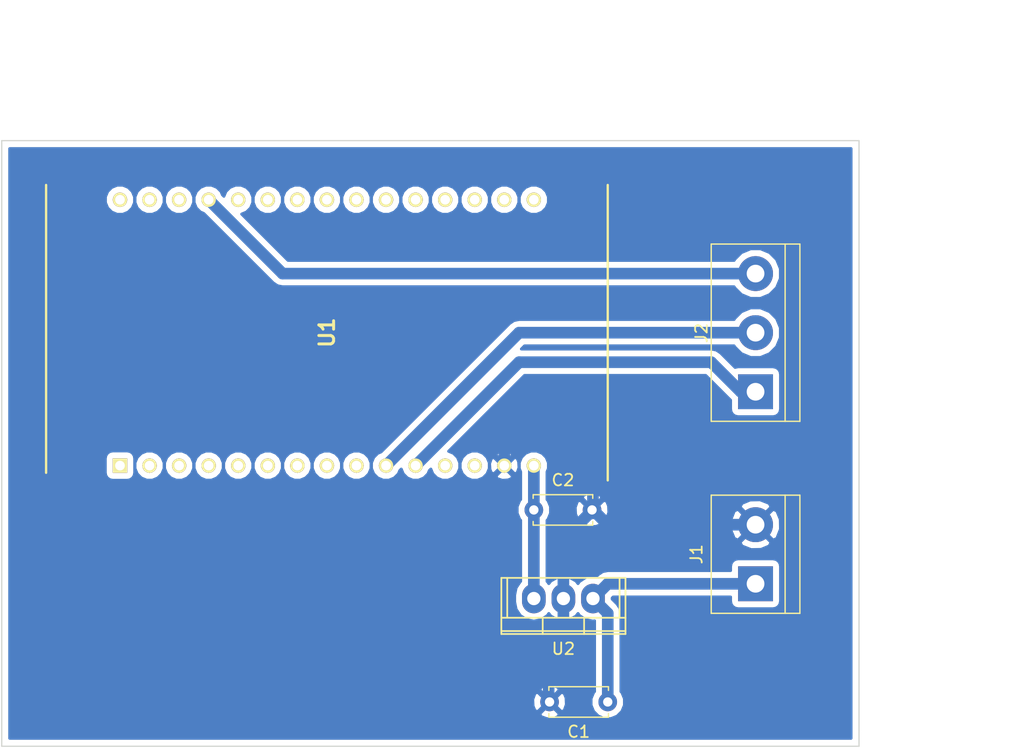
<source format=kicad_pcb>
(kicad_pcb (version 4) (host pcbnew 4.0.7)

  (general
    (links 11)
    (no_connects 0)
    (area 159.969999 50.749999 233.730001 102.920001)
    (thickness 1.6)
    (drawings 8)
    (tracks 30)
    (zones 0)
    (modules 6)
    (nets 32)
  )

  (page A4)
  (layers
    (0 F.Cu signal)
    (31 B.Cu signal)
    (32 B.Adhes user)
    (33 F.Adhes user)
    (34 B.Paste user)
    (35 F.Paste user)
    (36 B.SilkS user)
    (37 F.SilkS user)
    (38 B.Mask user)
    (39 F.Mask user)
    (40 Dwgs.User user)
    (41 Cmts.User user)
    (42 Eco1.User user)
    (43 Eco2.User user)
    (44 Edge.Cuts user)
    (45 Margin user)
    (46 B.CrtYd user)
    (47 F.CrtYd user)
    (48 B.Fab user)
    (49 F.Fab user)
  )

  (setup
    (last_trace_width 1)
    (trace_clearance 0.2)
    (zone_clearance 0.508)
    (zone_45_only no)
    (trace_min 0.2)
    (segment_width 0.2)
    (edge_width 0.1)
    (via_size 0.6)
    (via_drill 0.4)
    (via_min_size 0.4)
    (via_min_drill 0.3)
    (uvia_size 0.3)
    (uvia_drill 0.1)
    (uvias_allowed no)
    (uvia_min_size 0.2)
    (uvia_min_drill 0.1)
    (pcb_text_width 0.3)
    (pcb_text_size 1.5 1.5)
    (mod_edge_width 0.15)
    (mod_text_size 1 1)
    (mod_text_width 0.15)
    (pad_size 1.5 1.5)
    (pad_drill 0.6)
    (pad_to_mask_clearance 0)
    (aux_axis_origin 0 0)
    (visible_elements FFFFFF7F)
    (pcbplotparams
      (layerselection 0x00030_80000001)
      (usegerberextensions false)
      (excludeedgelayer true)
      (linewidth 0.100000)
      (plotframeref false)
      (viasonmask false)
      (mode 1)
      (useauxorigin false)
      (hpglpennumber 1)
      (hpglpenspeed 20)
      (hpglpendiameter 15)
      (hpglpenoverlay 2)
      (psnegative false)
      (psa4output false)
      (plotreference true)
      (plotvalue true)
      (plotinvisibletext false)
      (padsonsilk false)
      (subtractmaskfromsilk false)
      (outputformat 1)
      (mirror false)
      (drillshape 1)
      (scaleselection 1)
      (outputdirectory ""))
  )

  (net 0 "")
  (net 1 "Net-(C1-Pad1)")
  (net 2 "Net-(C1-Pad2)")
  (net 3 "Net-(C2-Pad1)")
  (net 4 "Net-(J2-Pad1)")
  (net 5 "Net-(J2-Pad2)")
  (net 6 "Net-(J2-Pad3)")
  (net 7 "Net-(U1-Pad1)")
  (net 8 "Net-(U1-Pad2)")
  (net 9 "Net-(U1-Pad3)")
  (net 10 "Net-(U1-Pad4)")
  (net 11 "Net-(U1-Pad5)")
  (net 12 "Net-(U1-Pad6)")
  (net 13 "Net-(U1-Pad7)")
  (net 14 "Net-(U1-Pad8)")
  (net 15 "Net-(U1-Pad9)")
  (net 16 "Net-(U1-Pad12)")
  (net 17 "Net-(U1-Pad13)")
  (net 18 "Net-(U1-Pad16)")
  (net 19 "Net-(U1-Pad17)")
  (net 20 "Net-(U1-Pad18)")
  (net 21 "Net-(U1-Pad19)")
  (net 22 "Net-(U1-Pad20)")
  (net 23 "Net-(U1-Pad21)")
  (net 24 "Net-(U1-Pad22)")
  (net 25 "Net-(U1-Pad23)")
  (net 26 "Net-(U1-Pad24)")
  (net 27 "Net-(U1-Pad25)")
  (net 28 "Net-(U1-Pad26)")
  (net 29 "Net-(U1-Pad28)")
  (net 30 "Net-(U1-Pad29)")
  (net 31 "Net-(U1-Pad30)")

  (net_class Default "This is the default net class."
    (clearance 0.2)
    (trace_width 1)
    (via_dia 0.6)
    (via_drill 0.4)
    (uvia_dia 0.3)
    (uvia_drill 0.1)
    (add_net "Net-(C1-Pad1)")
    (add_net "Net-(C1-Pad2)")
    (add_net "Net-(C2-Pad1)")
    (add_net "Net-(J2-Pad1)")
    (add_net "Net-(J2-Pad2)")
    (add_net "Net-(J2-Pad3)")
    (add_net "Net-(U1-Pad1)")
    (add_net "Net-(U1-Pad12)")
    (add_net "Net-(U1-Pad13)")
    (add_net "Net-(U1-Pad16)")
    (add_net "Net-(U1-Pad17)")
    (add_net "Net-(U1-Pad18)")
    (add_net "Net-(U1-Pad19)")
    (add_net "Net-(U1-Pad2)")
    (add_net "Net-(U1-Pad20)")
    (add_net "Net-(U1-Pad21)")
    (add_net "Net-(U1-Pad22)")
    (add_net "Net-(U1-Pad23)")
    (add_net "Net-(U1-Pad24)")
    (add_net "Net-(U1-Pad25)")
    (add_net "Net-(U1-Pad26)")
    (add_net "Net-(U1-Pad28)")
    (add_net "Net-(U1-Pad29)")
    (add_net "Net-(U1-Pad3)")
    (add_net "Net-(U1-Pad30)")
    (add_net "Net-(U1-Pad4)")
    (add_net "Net-(U1-Pad5)")
    (add_net "Net-(U1-Pad6)")
    (add_net "Net-(U1-Pad7)")
    (add_net "Net-(U1-Pad8)")
    (add_net "Net-(U1-Pad9)")
  )

  (module Capacitors_THT:C_Disc_D5.0mm_W2.5mm_P5.00mm (layer F.Cu) (tedit 597BC7C2) (tstamp 5BA39406)
    (at 212.09 99.06 180)
    (descr "C, Disc series, Radial, pin pitch=5.00mm, , diameter*width=5*2.5mm^2, Capacitor, http://cdn-reichelt.de/documents/datenblatt/B300/DS_KERKO_TC.pdf")
    (tags "C Disc series Radial pin pitch 5.00mm  diameter 5mm width 2.5mm Capacitor")
    (path /5BA103B7)
    (fp_text reference C1 (at 2.5 -2.56 180) (layer F.SilkS)
      (effects (font (size 1 1) (thickness 0.15)))
    )
    (fp_text value C (at 2.5 2.56 180) (layer F.Fab)
      (effects (font (size 1 1) (thickness 0.15)))
    )
    (fp_line (start 0 -1.25) (end 0 1.25) (layer F.Fab) (width 0.1))
    (fp_line (start 0 1.25) (end 5 1.25) (layer F.Fab) (width 0.1))
    (fp_line (start 5 1.25) (end 5 -1.25) (layer F.Fab) (width 0.1))
    (fp_line (start 5 -1.25) (end 0 -1.25) (layer F.Fab) (width 0.1))
    (fp_line (start -0.06 -1.31) (end 5.06 -1.31) (layer F.SilkS) (width 0.12))
    (fp_line (start -0.06 1.31) (end 5.06 1.31) (layer F.SilkS) (width 0.12))
    (fp_line (start -0.06 -1.31) (end -0.06 -0.996) (layer F.SilkS) (width 0.12))
    (fp_line (start -0.06 0.996) (end -0.06 1.31) (layer F.SilkS) (width 0.12))
    (fp_line (start 5.06 -1.31) (end 5.06 -0.996) (layer F.SilkS) (width 0.12))
    (fp_line (start 5.06 0.996) (end 5.06 1.31) (layer F.SilkS) (width 0.12))
    (fp_line (start -1.05 -1.6) (end -1.05 1.6) (layer F.CrtYd) (width 0.05))
    (fp_line (start -1.05 1.6) (end 6.05 1.6) (layer F.CrtYd) (width 0.05))
    (fp_line (start 6.05 1.6) (end 6.05 -1.6) (layer F.CrtYd) (width 0.05))
    (fp_line (start 6.05 -1.6) (end -1.05 -1.6) (layer F.CrtYd) (width 0.05))
    (fp_text user %R (at 2.5 0 180) (layer F.Fab)
      (effects (font (size 1 1) (thickness 0.15)))
    )
    (pad 1 thru_hole circle (at 0 0 180) (size 1.6 1.6) (drill 0.8) (layers *.Cu *.Mask)
      (net 1 "Net-(C1-Pad1)"))
    (pad 2 thru_hole circle (at 5 0 180) (size 1.6 1.6) (drill 0.8) (layers *.Cu *.Mask)
      (net 2 "Net-(C1-Pad2)"))
    (model ${KISYS3DMOD}/Capacitors_THT.3dshapes/C_Disc_D5.0mm_W2.5mm_P5.00mm.wrl
      (at (xyz 0 0 0))
      (scale (xyz 1 1 1))
      (rotate (xyz 0 0 0))
    )
  )

  (module Capacitors_THT:C_Disc_D5.0mm_W2.5mm_P5.00mm (layer F.Cu) (tedit 5BA397F5) (tstamp 5BA3941B)
    (at 205.74 82.55)
    (descr "C, Disc series, Radial, pin pitch=5.00mm, , diameter*width=5*2.5mm^2, Capacitor, http://cdn-reichelt.de/documents/datenblatt/B300/DS_KERKO_TC.pdf")
    (tags "C Disc series Radial pin pitch 5.00mm  diameter 5mm width 2.5mm Capacitor")
    (path /5BA10419)
    (fp_text reference C2 (at 2.5 -2.56) (layer F.SilkS)
      (effects (font (size 1 1) (thickness 0.15)))
    )
    (fp_text value C (at 2.5 2.56) (layer F.Fab)
      (effects (font (size 1 1) (thickness 0.15)))
    )
    (fp_line (start 0 -1.25) (end 0 1.25) (layer F.Fab) (width 0.1))
    (fp_line (start 0 1.25) (end 5 1.25) (layer F.Fab) (width 0.1))
    (fp_line (start 5 1.25) (end 5 -1.25) (layer F.Fab) (width 0.1))
    (fp_line (start 5 -1.25) (end 0 -1.25) (layer F.Fab) (width 0.1))
    (fp_line (start -0.06 -1.31) (end 5.06 -1.31) (layer F.SilkS) (width 0.12))
    (fp_line (start -0.06 1.31) (end 5.06 1.31) (layer F.SilkS) (width 0.12))
    (fp_line (start -0.06 -1.31) (end -0.06 -0.996) (layer F.SilkS) (width 0.12))
    (fp_line (start -0.06 0.996) (end -0.06 1.31) (layer F.SilkS) (width 0.12))
    (fp_line (start 5.06 -1.31) (end 5.06 -0.996) (layer F.SilkS) (width 0.12))
    (fp_line (start 5.06 0.996) (end 5.06 1.31) (layer F.SilkS) (width 0.12))
    (fp_line (start -1.05 -1.6) (end -1.05 1.6) (layer F.CrtYd) (width 0.05))
    (fp_line (start -1.05 1.6) (end 6.05 1.6) (layer F.CrtYd) (width 0.05))
    (fp_line (start 6.05 1.6) (end 6.05 -1.6) (layer F.CrtYd) (width 0.05))
    (fp_line (start 6.05 -1.6) (end -1.05 -1.6) (layer F.CrtYd) (width 0.05))
    (fp_text user %R (at 2.5 0 180) (layer F.Fab)
      (effects (font (size 1 1) (thickness 0.15)))
    )
    (pad 1 thru_hole circle (at 0 0) (size 1.6 1.6) (drill 0.8) (layers *.Cu *.Mask)
      (net 3 "Net-(C2-Pad1)"))
    (pad 2 thru_hole circle (at 5 0) (size 1.6 1.6) (drill 0.8) (layers *.Cu *.Mask)
      (net 2 "Net-(C1-Pad2)"))
    (model ${KISYS3DMOD}/Capacitors_THT.3dshapes/C_Disc_D5.0mm_W2.5mm_P5.00mm.wrl
      (at (xyz 0 0 0))
      (scale (xyz 1 1 1))
      (rotate (xyz 0 0 0))
    )
  )

  (module Connectors_Terminal_Blocks:TerminalBlock_bornier-2_P5.08mm (layer F.Cu) (tedit 59FF03AB) (tstamp 5BA39430)
    (at 224.79 88.9 90)
    (descr "simple 2-pin terminal block, pitch 5.08mm, revamped version of bornier2")
    (tags "terminal block bornier2")
    (path /5B979FE1)
    (fp_text reference J1 (at 2.54 -5.08 90) (layer F.SilkS)
      (effects (font (size 1 1) (thickness 0.15)))
    )
    (fp_text value Screw_Terminal_01x02 (at 2.54 5.08 90) (layer F.Fab)
      (effects (font (size 1 1) (thickness 0.15)))
    )
    (fp_text user %R (at 2.54 0 90) (layer F.Fab)
      (effects (font (size 1 1) (thickness 0.15)))
    )
    (fp_line (start -2.41 2.55) (end 7.49 2.55) (layer F.Fab) (width 0.1))
    (fp_line (start -2.46 -3.75) (end -2.46 3.75) (layer F.Fab) (width 0.1))
    (fp_line (start -2.46 3.75) (end 7.54 3.75) (layer F.Fab) (width 0.1))
    (fp_line (start 7.54 3.75) (end 7.54 -3.75) (layer F.Fab) (width 0.1))
    (fp_line (start 7.54 -3.75) (end -2.46 -3.75) (layer F.Fab) (width 0.1))
    (fp_line (start 7.62 2.54) (end -2.54 2.54) (layer F.SilkS) (width 0.12))
    (fp_line (start 7.62 3.81) (end 7.62 -3.81) (layer F.SilkS) (width 0.12))
    (fp_line (start 7.62 -3.81) (end -2.54 -3.81) (layer F.SilkS) (width 0.12))
    (fp_line (start -2.54 -3.81) (end -2.54 3.81) (layer F.SilkS) (width 0.12))
    (fp_line (start -2.54 3.81) (end 7.62 3.81) (layer F.SilkS) (width 0.12))
    (fp_line (start -2.71 -4) (end 7.79 -4) (layer F.CrtYd) (width 0.05))
    (fp_line (start -2.71 -4) (end -2.71 4) (layer F.CrtYd) (width 0.05))
    (fp_line (start 7.79 4) (end 7.79 -4) (layer F.CrtYd) (width 0.05))
    (fp_line (start 7.79 4) (end -2.71 4) (layer F.CrtYd) (width 0.05))
    (pad 1 thru_hole rect (at 0 0 90) (size 3 3) (drill 1.52) (layers *.Cu *.Mask)
      (net 1 "Net-(C1-Pad1)"))
    (pad 2 thru_hole circle (at 5.08 0 90) (size 3 3) (drill 1.52) (layers *.Cu *.Mask)
      (net 2 "Net-(C1-Pad2)"))
    (model ${KISYS3DMOD}/Terminal_Blocks.3dshapes/TerminalBlock_bornier-2_P5.08mm.wrl
      (at (xyz 0.1 0 0))
      (scale (xyz 1 1 1))
      (rotate (xyz 0 0 0))
    )
  )

  (module Connectors_Terminal_Blocks:TerminalBlock_bornier-3_P5.08mm (layer F.Cu) (tedit 59FF03B9) (tstamp 5BA39446)
    (at 224.79 72.39 90)
    (descr "simple 3-pin terminal block, pitch 5.08mm, revamped version of bornier3")
    (tags "terminal block bornier3")
    (path /5B97A111)
    (fp_text reference J2 (at 5.05 -4.65 90) (layer F.SilkS)
      (effects (font (size 1 1) (thickness 0.15)))
    )
    (fp_text value Screw_Terminal_01x03 (at 5.08 5.08 90) (layer F.Fab)
      (effects (font (size 1 1) (thickness 0.15)))
    )
    (fp_text user %R (at 5.08 0 90) (layer F.Fab)
      (effects (font (size 1 1) (thickness 0.15)))
    )
    (fp_line (start -2.47 2.55) (end 12.63 2.55) (layer F.Fab) (width 0.1))
    (fp_line (start -2.47 -3.75) (end 12.63 -3.75) (layer F.Fab) (width 0.1))
    (fp_line (start 12.63 -3.75) (end 12.63 3.75) (layer F.Fab) (width 0.1))
    (fp_line (start 12.63 3.75) (end -2.47 3.75) (layer F.Fab) (width 0.1))
    (fp_line (start -2.47 3.75) (end -2.47 -3.75) (layer F.Fab) (width 0.1))
    (fp_line (start -2.54 3.81) (end -2.54 -3.81) (layer F.SilkS) (width 0.12))
    (fp_line (start 12.7 3.81) (end 12.7 -3.81) (layer F.SilkS) (width 0.12))
    (fp_line (start -2.54 2.54) (end 12.7 2.54) (layer F.SilkS) (width 0.12))
    (fp_line (start -2.54 -3.81) (end 12.7 -3.81) (layer F.SilkS) (width 0.12))
    (fp_line (start -2.54 3.81) (end 12.7 3.81) (layer F.SilkS) (width 0.12))
    (fp_line (start -2.72 -4) (end 12.88 -4) (layer F.CrtYd) (width 0.05))
    (fp_line (start -2.72 -4) (end -2.72 4) (layer F.CrtYd) (width 0.05))
    (fp_line (start 12.88 4) (end 12.88 -4) (layer F.CrtYd) (width 0.05))
    (fp_line (start 12.88 4) (end -2.72 4) (layer F.CrtYd) (width 0.05))
    (pad 1 thru_hole rect (at 0 0 90) (size 3 3) (drill 1.52) (layers *.Cu *.Mask)
      (net 4 "Net-(J2-Pad1)"))
    (pad 2 thru_hole circle (at 5.08 0 90) (size 3 3) (drill 1.52) (layers *.Cu *.Mask)
      (net 5 "Net-(J2-Pad2)"))
    (pad 3 thru_hole circle (at 10.16 0 90) (size 3 3) (drill 1.52) (layers *.Cu *.Mask)
      (net 6 "Net-(J2-Pad3)"))
    (model ${KISYS3DMOD}/Terminal_Blocks.3dshapes/TerminalBlock_bornier-3_P5.08mm.wrl
      (at (xyz 0.2 0 0))
      (scale (xyz 1 1 1))
      (rotate (xyz 0 0 0))
    )
  )

  (module 113990105:DIP2286W64P254L4826H735Q30N (layer F.Cu) (tedit 5B7233BA) (tstamp 5BA39473)
    (at 187.96 67.31 90)
    (descr "NodeMCU V1.0")
    (tags "Undefined or Miscellaneous")
    (path /5B97BF83)
    (fp_text reference U1 (at 0 0 90) (layer F.SilkS)
      (effects (font (size 1.27 1.27) (thickness 0.254)))
    )
    (fp_text value 113990105 (at 0 0 90) (layer F.SilkS) hide
      (effects (font (size 1.27 1.27) (thickness 0.254)))
    )
    (fp_line (start -12.298 -24.38) (end 12.298 -24.38) (layer Dwgs.User) (width 0.05))
    (fp_line (start 12.298 -24.38) (end 12.298 24.38) (layer Dwgs.User) (width 0.05))
    (fp_line (start 12.298 24.38) (end -12.298 24.38) (layer Dwgs.User) (width 0.05))
    (fp_line (start -12.298 24.38) (end -12.298 -24.38) (layer Dwgs.User) (width 0.05))
    (fp_line (start -12.7 -24.13) (end 12.7 -24.13) (layer Dwgs.User) (width 0.1))
    (fp_line (start 12.7 -24.13) (end 12.7 24.13) (layer Dwgs.User) (width 0.1))
    (fp_line (start 12.7 24.13) (end -12.7 24.13) (layer Dwgs.User) (width 0.1))
    (fp_line (start -12.7 24.13) (end -12.7 -24.13) (layer Dwgs.User) (width 0.1))
    (fp_line (start -12.7 -22.86) (end -11.43 -24.13) (layer Dwgs.User) (width 0.1))
    (fp_line (start -12.048 -24.13) (end 12.7 -24.13) (layer F.SilkS) (width 0.2))
    (fp_line (start -12.7 24.13) (end 12.7 24.13) (layer F.SilkS) (width 0.2))
    (pad 1 thru_hole rect (at -11.43 -17.78 180) (size 1.235 1.235) (drill 0.835) (layers *.Cu *.Mask F.SilkS)
      (net 7 "Net-(U1-Pad1)"))
    (pad 2 thru_hole circle (at -11.43 -15.24 180) (size 1.235 1.235) (drill 0.835) (layers *.Cu *.Mask F.SilkS)
      (net 8 "Net-(U1-Pad2)"))
    (pad 3 thru_hole circle (at -11.43 -12.7 180) (size 1.235 1.235) (drill 0.835) (layers *.Cu *.Mask F.SilkS)
      (net 9 "Net-(U1-Pad3)"))
    (pad 4 thru_hole circle (at -11.43 -10.16 180) (size 1.235 1.235) (drill 0.835) (layers *.Cu *.Mask F.SilkS)
      (net 10 "Net-(U1-Pad4)"))
    (pad 5 thru_hole circle (at -11.43 -7.62 180) (size 1.235 1.235) (drill 0.835) (layers *.Cu *.Mask F.SilkS)
      (net 11 "Net-(U1-Pad5)"))
    (pad 6 thru_hole circle (at -11.43 -5.08 180) (size 1.235 1.235) (drill 0.835) (layers *.Cu *.Mask F.SilkS)
      (net 12 "Net-(U1-Pad6)"))
    (pad 7 thru_hole circle (at -11.43 -2.54 180) (size 1.235 1.235) (drill 0.835) (layers *.Cu *.Mask F.SilkS)
      (net 13 "Net-(U1-Pad7)"))
    (pad 8 thru_hole circle (at -11.43 0 180) (size 1.235 1.235) (drill 0.835) (layers *.Cu *.Mask F.SilkS)
      (net 14 "Net-(U1-Pad8)"))
    (pad 9 thru_hole circle (at -11.43 2.54 180) (size 1.235 1.235) (drill 0.835) (layers *.Cu *.Mask F.SilkS)
      (net 15 "Net-(U1-Pad9)"))
    (pad 10 thru_hole circle (at -11.43 5.08 180) (size 1.235 1.235) (drill 0.835) (layers *.Cu *.Mask F.SilkS)
      (net 5 "Net-(J2-Pad2)"))
    (pad 11 thru_hole circle (at -11.43 7.62 180) (size 1.235 1.235) (drill 0.835) (layers *.Cu *.Mask F.SilkS)
      (net 4 "Net-(J2-Pad1)"))
    (pad 12 thru_hole circle (at -11.43 10.16 180) (size 1.235 1.235) (drill 0.835) (layers *.Cu *.Mask F.SilkS)
      (net 16 "Net-(U1-Pad12)"))
    (pad 13 thru_hole circle (at -11.43 12.7 180) (size 1.235 1.235) (drill 0.835) (layers *.Cu *.Mask F.SilkS)
      (net 17 "Net-(U1-Pad13)"))
    (pad 14 thru_hole circle (at -11.43 15.24 180) (size 1.235 1.235) (drill 0.835) (layers *.Cu *.Mask F.SilkS)
      (net 2 "Net-(C1-Pad2)"))
    (pad 15 thru_hole circle (at -11.43 17.78 180) (size 1.235 1.235) (drill 0.835) (layers *.Cu *.Mask F.SilkS)
      (net 3 "Net-(C2-Pad1)"))
    (pad 16 thru_hole circle (at 11.43 17.78 180) (size 1.235 1.235) (drill 0.835) (layers *.Cu *.Mask F.SilkS)
      (net 18 "Net-(U1-Pad16)"))
    (pad 17 thru_hole circle (at 11.43 15.24 180) (size 1.235 1.235) (drill 0.835) (layers *.Cu *.Mask F.SilkS)
      (net 19 "Net-(U1-Pad17)"))
    (pad 18 thru_hole circle (at 11.43 12.7 180) (size 1.235 1.235) (drill 0.835) (layers *.Cu *.Mask F.SilkS)
      (net 20 "Net-(U1-Pad18)"))
    (pad 19 thru_hole circle (at 11.43 10.16 180) (size 1.235 1.235) (drill 0.835) (layers *.Cu *.Mask F.SilkS)
      (net 21 "Net-(U1-Pad19)"))
    (pad 20 thru_hole circle (at 11.43 7.62 180) (size 1.235 1.235) (drill 0.835) (layers *.Cu *.Mask F.SilkS)
      (net 22 "Net-(U1-Pad20)"))
    (pad 21 thru_hole circle (at 11.43 5.08 180) (size 1.235 1.235) (drill 0.835) (layers *.Cu *.Mask F.SilkS)
      (net 23 "Net-(U1-Pad21)"))
    (pad 22 thru_hole circle (at 11.43 2.54 180) (size 1.235 1.235) (drill 0.835) (layers *.Cu *.Mask F.SilkS)
      (net 24 "Net-(U1-Pad22)"))
    (pad 23 thru_hole circle (at 11.43 0 180) (size 1.235 1.235) (drill 0.835) (layers *.Cu *.Mask F.SilkS)
      (net 25 "Net-(U1-Pad23)"))
    (pad 24 thru_hole circle (at 11.43 -2.54 180) (size 1.235 1.235) (drill 0.835) (layers *.Cu *.Mask F.SilkS)
      (net 26 "Net-(U1-Pad24)"))
    (pad 25 thru_hole circle (at 11.43 -5.08 180) (size 1.235 1.235) (drill 0.835) (layers *.Cu *.Mask F.SilkS)
      (net 27 "Net-(U1-Pad25)"))
    (pad 26 thru_hole circle (at 11.43 -7.62 180) (size 1.235 1.235) (drill 0.835) (layers *.Cu *.Mask F.SilkS)
      (net 28 "Net-(U1-Pad26)"))
    (pad 27 thru_hole circle (at 11.43 -10.16 180) (size 1.235 1.235) (drill 0.835) (layers *.Cu *.Mask F.SilkS)
      (net 6 "Net-(J2-Pad3)"))
    (pad 28 thru_hole circle (at 11.43 -12.7 180) (size 1.235 1.235) (drill 0.835) (layers *.Cu *.Mask F.SilkS)
      (net 29 "Net-(U1-Pad28)"))
    (pad 29 thru_hole circle (at 11.43 -15.24 180) (size 1.235 1.235) (drill 0.835) (layers *.Cu *.Mask F.SilkS)
      (net 30 "Net-(U1-Pad29)"))
    (pad 30 thru_hole circle (at 11.43 -17.78 180) (size 1.235 1.235) (drill 0.835) (layers *.Cu *.Mask F.SilkS)
      (net 31 "Net-(U1-Pad30)"))
  )

  (module Power_Integrations:TO-220 (layer F.Cu) (tedit 0) (tstamp 5BA39484)
    (at 208.28 90.17 180)
    (descr "Non Isolated JEDEC TO-220 Package")
    (tags "Power Integration YN Package")
    (path /5BA0FE78)
    (fp_text reference U2 (at 0 -4.318 180) (layer F.SilkS)
      (effects (font (size 1 1) (thickness 0.15)))
    )
    (fp_text value LM7805_TO220 (at 0 -4.318 180) (layer F.Fab)
      (effects (font (size 1 1) (thickness 0.15)))
    )
    (fp_line (start 4.826 -1.651) (end 4.826 1.778) (layer F.SilkS) (width 0.15))
    (fp_line (start -4.826 -1.651) (end -4.826 1.778) (layer F.SilkS) (width 0.15))
    (fp_line (start 5.334 -2.794) (end -5.334 -2.794) (layer F.SilkS) (width 0.15))
    (fp_line (start 1.778 -1.778) (end 1.778 -3.048) (layer F.SilkS) (width 0.15))
    (fp_line (start -1.778 -1.778) (end -1.778 -3.048) (layer F.SilkS) (width 0.15))
    (fp_line (start -5.334 -1.651) (end 5.334 -1.651) (layer F.SilkS) (width 0.15))
    (fp_line (start 5.334 1.778) (end -5.334 1.778) (layer F.SilkS) (width 0.15))
    (fp_line (start -5.334 -3.048) (end -5.334 1.778) (layer F.SilkS) (width 0.15))
    (fp_line (start 5.334 -3.048) (end 5.334 1.778) (layer F.SilkS) (width 0.15))
    (fp_line (start 5.334 -3.048) (end -5.334 -3.048) (layer F.SilkS) (width 0.15))
    (pad 2 thru_hole oval (at 0 0 180) (size 2.032 2.54) (drill 1.143) (layers *.Cu *.Mask)
      (net 2 "Net-(C1-Pad2)"))
    (pad 3 thru_hole oval (at 2.54 0 180) (size 2.032 2.54) (drill 1.143) (layers *.Cu *.Mask)
      (net 3 "Net-(C2-Pad1)"))
    (pad 1 thru_hole oval (at -2.54 0 180) (size 2.032 2.54) (drill 1.143) (layers *.Cu *.Mask)
      (net 1 "Net-(C1-Pad1)"))
  )

  (dimension 73.66 (width 0.3) (layer B.Adhes)
    (gr_text "73,660 mm" (at 196.85 40.56) (layer B.Adhes)
      (effects (font (size 1.5 1.5) (thickness 0.3)))
    )
    (feature1 (pts (xy 233.68 50.8) (xy 233.68 39.21)))
    (feature2 (pts (xy 160.02 50.8) (xy 160.02 39.21)))
    (crossbar (pts (xy 160.02 41.91) (xy 233.68 41.91)))
    (arrow1a (pts (xy 233.68 41.91) (xy 232.553496 42.496421)))
    (arrow1b (pts (xy 233.68 41.91) (xy 232.553496 41.323579)))
    (arrow2a (pts (xy 160.02 41.91) (xy 161.146504 42.496421)))
    (arrow2b (pts (xy 160.02 41.91) (xy 161.146504 41.323579)))
  )
  (dimension 52.07 (width 0.3) (layer B.Adhes)
    (gr_text "52,070 mm" (at 245.19 76.835 270) (layer B.Adhes)
      (effects (font (size 1.5 1.5) (thickness 0.3)))
    )
    (feature1 (pts (xy 233.68 102.87) (xy 246.54 102.87)))
    (feature2 (pts (xy 233.68 50.8) (xy 246.54 50.8)))
    (crossbar (pts (xy 243.84 50.8) (xy 243.84 102.87)))
    (arrow1a (pts (xy 243.84 102.87) (xy 243.253579 101.743496)))
    (arrow1b (pts (xy 243.84 102.87) (xy 244.426421 101.743496)))
    (arrow2a (pts (xy 243.84 50.8) (xy 243.253579 51.926504)))
    (arrow2b (pts (xy 243.84 50.8) (xy 244.426421 51.926504)))
  )
  (gr_line (start 160.02 102.87) (end 160.02 50.8) (angle 90) (layer Edge.Cuts) (width 0.1))
  (gr_line (start 233.68 102.87) (end 160.02 102.87) (angle 90) (layer Edge.Cuts) (width 0.1))
  (gr_line (start 233.68 101.6) (end 233.68 102.87) (angle 90) (layer Edge.Cuts) (width 0.1))
  (gr_line (start 233.68 95.25) (end 233.68 101.6) (angle 90) (layer Edge.Cuts) (width 0.1))
  (gr_line (start 233.68 50.8) (end 233.68 95.25) (angle 90) (layer Edge.Cuts) (width 0.1))
  (gr_line (start 160.02 50.8) (end 233.68 50.8) (angle 90) (layer Edge.Cuts) (width 0.1))

  (segment (start 210.82 90.17) (end 212.09 88.9) (width 1) (layer B.Cu) (net 1) (status 80000))
  (segment (start 212.09 88.9) (end 224.79 88.9) (width 1) (layer B.Cu) (net 1) (status 80000))
  (segment (start 212.09 99.06) (end 212.09 91.44) (width 1) (layer B.Cu) (net 1) (status 80000))
  (segment (start 212.09 91.44) (end 210.82 90.17) (width 1) (layer B.Cu) (net 1) (status 80000))
  (segment (start 210.74 82.55) (end 210.82 82.55) (width 1) (layer B.Cu) (net 2) (status 80000))
  (segment (start 210.82 82.55) (end 210.82 80.01) (width 1) (layer B.Cu) (net 2) (status 80000))
  (segment (start 210.82 80.01) (end 207.01 76.2) (width 1) (layer B.Cu) (net 2) (status 80000))
  (segment (start 207.01 76.2) (end 204.47 76.2) (width 1) (layer B.Cu) (net 2) (status 80000))
  (segment (start 204.47 76.2) (end 203.2 77.47) (width 1) (layer B.Cu) (net 2) (status 80000))
  (segment (start 203.2 77.47) (end 203.2 78.74) (width 1) (layer B.Cu) (net 2) (status 80000))
  (segment (start 210.74 82.55) (end 210.82 82.55) (width 1) (layer B.Cu) (net 2) (status 80000))
  (segment (start 210.82 82.55) (end 212.09 83.82) (width 1) (layer B.Cu) (net 2) (status 80000))
  (segment (start 212.09 83.82) (end 224.79 83.82) (width 1) (layer B.Cu) (net 2) (status 80000))
  (segment (start 208.28 90.17) (end 208.28 85.09) (width 1) (layer B.Cu) (net 2) (status 80000))
  (segment (start 208.28 85.09) (end 210.82 82.55) (width 1) (layer B.Cu) (net 2) (status 80000))
  (segment (start 210.82 82.55) (end 210.74 82.55) (width 1) (layer B.Cu) (net 2) (tstamp 5BA3A05C) (status 80000))
  (segment (start 207.09 99.06) (end 207.01 99.06) (width 1) (layer B.Cu) (net 2) (status 80000))
  (segment (start 207.01 99.06) (end 207.01 93.98) (width 1) (layer B.Cu) (net 2) (status 80000))
  (segment (start 207.01 93.98) (end 208.28 92.71) (width 1) (layer B.Cu) (net 2) (status 80000))
  (segment (start 208.28 92.71) (end 208.28 90.17) (width 1) (layer B.Cu) (net 2) (status 80000))
  (segment (start 205.74 82.55) (end 205.74 90.17) (width 1) (layer B.Cu) (net 3) (status 80000))
  (segment (start 205.74 82.55) (end 205.74 78.74) (width 1) (layer B.Cu) (net 3) (status 80000))
  (segment (start 195.58 78.74) (end 204.47 69.85) (width 1) (layer B.Cu) (net 4))
  (segment (start 220.98 69.85) (end 223.52 72.39) (width 1) (layer B.Cu) (net 4) (tstamp 5BA39F8F))
  (segment (start 204.47 69.85) (end 220.98 69.85) (width 1) (layer B.Cu) (net 4) (tstamp 5BA39F8E))
  (segment (start 223.52 72.39) (end 224.79 72.39) (width 1) (layer B.Cu) (net 4) (tstamp 5BA39F90))
  (segment (start 224.79 67.31) (end 204.47 67.31) (width 1) (layer B.Cu) (net 5))
  (segment (start 204.47 67.31) (end 193.04 78.74) (width 1) (layer B.Cu) (net 5) (tstamp 5BA39B81))
  (segment (start 224.79 62.23) (end 184.15 62.23) (width 1) (layer B.Cu) (net 6))
  (segment (start 184.15 62.23) (end 177.8 55.88) (width 1) (layer B.Cu) (net 6) (tstamp 5BA39B7D))

  (zone (net 2) (net_name "Net-(C1-Pad2)") (layer B.Cu) (tstamp 5BA3A086) (hatch edge 0.508)
    (connect_pads (clearance 0.508))
    (min_thickness 0.254)
    (fill yes (arc_segments 16) (thermal_gap 0.508) (thermal_bridge_width 0.508))
    (polygon
      (pts
        (xy 233.68 50.8) (xy 233.68 102.87) (xy 160.02 102.87) (xy 160.02 50.8)
      )
    )
    (filled_polygon
      (pts
        (xy 232.995 102.185) (xy 160.705 102.185) (xy 160.705 100.067745) (xy 206.261861 100.067745) (xy 206.335995 100.313864)
        (xy 206.873223 100.506965) (xy 207.443454 100.479778) (xy 207.844005 100.313864) (xy 207.918139 100.067745) (xy 207.09 99.239605)
        (xy 206.261861 100.067745) (xy 160.705 100.067745) (xy 160.705 98.843223) (xy 205.643035 98.843223) (xy 205.670222 99.413454)
        (xy 205.836136 99.814005) (xy 206.082255 99.888139) (xy 206.910395 99.06) (xy 207.269605 99.06) (xy 208.097745 99.888139)
        (xy 208.343864 99.814005) (xy 208.536965 99.276777) (xy 208.509778 98.706546) (xy 208.343864 98.305995) (xy 208.097745 98.231861)
        (xy 207.269605 99.06) (xy 206.910395 99.06) (xy 206.082255 98.231861) (xy 205.836136 98.305995) (xy 205.643035 98.843223)
        (xy 160.705 98.843223) (xy 160.705 98.052255) (xy 206.261861 98.052255) (xy 207.09 98.880395) (xy 207.918139 98.052255)
        (xy 207.844005 97.806136) (xy 207.306777 97.613035) (xy 206.736546 97.640222) (xy 206.335995 97.806136) (xy 206.261861 98.052255)
        (xy 160.705 98.052255) (xy 160.705 89.878679) (xy 204.089 89.878679) (xy 204.089 90.461321) (xy 204.214675 91.093131)
        (xy 204.572567 91.628754) (xy 205.10819 91.986646) (xy 205.74 92.112321) (xy 206.37181 91.986646) (xy 206.907433 91.628754)
        (xy 207.024054 91.454219) (xy 207.20237 91.681236) (xy 207.765523 91.997926) (xy 207.897056 92.029975) (xy 208.153 91.910836)
        (xy 208.153 90.297) (xy 208.133 90.297) (xy 208.133 90.043) (xy 208.153 90.043) (xy 208.153 88.429164)
        (xy 208.407 88.429164) (xy 208.407 90.043) (xy 208.427 90.043) (xy 208.427 90.297) (xy 208.407 90.297)
        (xy 208.407 91.910836) (xy 208.662944 92.029975) (xy 208.794477 91.997926) (xy 209.35763 91.681236) (xy 209.535946 91.454219)
        (xy 209.652567 91.628754) (xy 210.18819 91.986646) (xy 210.82 92.112321) (xy 210.955 92.085468) (xy 210.955 98.165394)
        (xy 210.874176 98.246077) (xy 210.65525 98.773309) (xy 210.654752 99.344187) (xy 210.872757 99.8718) (xy 211.276077 100.275824)
        (xy 211.803309 100.49475) (xy 212.374187 100.495248) (xy 212.9018 100.277243) (xy 213.305824 99.873923) (xy 213.52475 99.346691)
        (xy 213.525248 98.775813) (xy 213.307243 98.2482) (xy 213.225 98.165813) (xy 213.225 91.44) (xy 213.138603 91.005654)
        (xy 212.892566 90.637434) (xy 212.471 90.215868) (xy 212.471 90.124132) (xy 212.560132 90.035) (xy 222.64256 90.035)
        (xy 222.64256 90.4) (xy 222.686838 90.635317) (xy 222.82591 90.851441) (xy 223.03811 90.996431) (xy 223.29 91.04744)
        (xy 226.29 91.04744) (xy 226.525317 91.003162) (xy 226.741441 90.86409) (xy 226.886431 90.65189) (xy 226.93744 90.4)
        (xy 226.93744 87.4) (xy 226.893162 87.164683) (xy 226.75409 86.948559) (xy 226.54189 86.803569) (xy 226.29 86.75256)
        (xy 223.29 86.75256) (xy 223.054683 86.796838) (xy 222.838559 86.93591) (xy 222.693569 87.14811) (xy 222.64256 87.4)
        (xy 222.64256 87.765) (xy 212.09 87.765) (xy 211.655654 87.851397) (xy 211.287434 88.097434) (xy 211.101246 88.283622)
        (xy 210.82 88.227679) (xy 210.18819 88.353354) (xy 209.652567 88.711246) (xy 209.535946 88.885781) (xy 209.35763 88.658764)
        (xy 208.794477 88.342074) (xy 208.662944 88.310025) (xy 208.407 88.429164) (xy 208.153 88.429164) (xy 207.897056 88.310025)
        (xy 207.765523 88.342074) (xy 207.20237 88.658764) (xy 207.024054 88.885781) (xy 206.907433 88.711246) (xy 206.875 88.689575)
        (xy 206.875 85.33397) (xy 223.455635 85.33397) (xy 223.615418 85.652739) (xy 224.406187 85.962723) (xy 225.255387 85.946497)
        (xy 225.964582 85.652739) (xy 226.124365 85.33397) (xy 224.79 83.999605) (xy 223.455635 85.33397) (xy 206.875 85.33397)
        (xy 206.875 83.557745) (xy 209.911861 83.557745) (xy 209.985995 83.803864) (xy 210.523223 83.996965) (xy 211.093454 83.969778)
        (xy 211.494005 83.803864) (xy 211.568139 83.557745) (xy 211.446582 83.436187) (xy 222.647277 83.436187) (xy 222.663503 84.285387)
        (xy 222.957261 84.994582) (xy 223.27603 85.154365) (xy 224.610395 83.82) (xy 224.969605 83.82) (xy 226.30397 85.154365)
        (xy 226.622739 84.994582) (xy 226.932723 84.203813) (xy 226.916497 83.354613) (xy 226.622739 82.645418) (xy 226.30397 82.485635)
        (xy 224.969605 83.82) (xy 224.610395 83.82) (xy 223.27603 82.485635) (xy 222.957261 82.645418) (xy 222.647277 83.436187)
        (xy 211.446582 83.436187) (xy 210.74 82.729605) (xy 209.911861 83.557745) (xy 206.875 83.557745) (xy 206.875 83.444606)
        (xy 206.955824 83.363923) (xy 207.17475 82.836691) (xy 207.175189 82.333223) (xy 209.293035 82.333223) (xy 209.320222 82.903454)
        (xy 209.486136 83.304005) (xy 209.732255 83.378139) (xy 210.560395 82.55) (xy 210.919605 82.55) (xy 211.747745 83.378139)
        (xy 211.993864 83.304005) (xy 212.186965 82.766777) (xy 212.164998 82.30603) (xy 223.455635 82.30603) (xy 224.79 83.640395)
        (xy 226.124365 82.30603) (xy 225.964582 81.987261) (xy 225.173813 81.677277) (xy 224.324613 81.693503) (xy 223.615418 81.987261)
        (xy 223.455635 82.30603) (xy 212.164998 82.30603) (xy 212.159778 82.196546) (xy 211.993864 81.795995) (xy 211.747745 81.721861)
        (xy 210.919605 82.55) (xy 210.560395 82.55) (xy 209.732255 81.721861) (xy 209.486136 81.795995) (xy 209.293035 82.333223)
        (xy 207.175189 82.333223) (xy 207.175248 82.265813) (xy 206.957243 81.7382) (xy 206.875 81.655813) (xy 206.875 81.542255)
        (xy 209.911861 81.542255) (xy 210.74 82.370395) (xy 211.568139 81.542255) (xy 211.494005 81.296136) (xy 210.956777 81.103035)
        (xy 210.386546 81.130222) (xy 209.985995 81.296136) (xy 209.911861 81.542255) (xy 206.875 81.542255) (xy 206.875 79.272678)
        (xy 206.992282 78.990231) (xy 206.992717 78.491955) (xy 206.802437 78.031443) (xy 206.450411 77.678801) (xy 205.990231 77.487718)
        (xy 205.491955 77.487283) (xy 205.031443 77.677563) (xy 204.678801 78.029589) (xy 204.487718 78.489769) (xy 204.487283 78.988045)
        (xy 204.605 79.272941) (xy 204.605 81.655394) (xy 204.524176 81.736077) (xy 204.30525 82.263309) (xy 204.304752 82.834187)
        (xy 204.522757 83.3618) (xy 204.605 83.444187) (xy 204.605 88.689575) (xy 204.572567 88.711246) (xy 204.214675 89.246869)
        (xy 204.089 89.878679) (xy 160.705 89.878679) (xy 160.705 78.1225) (xy 168.91506 78.1225) (xy 168.91506 79.3575)
        (xy 168.959338 79.592817) (xy 169.09841 79.808941) (xy 169.31061 79.953931) (xy 169.5625 80.00494) (xy 170.7975 80.00494)
        (xy 171.032817 79.960662) (xy 171.248941 79.82159) (xy 171.393931 79.60939) (xy 171.44494 79.3575) (xy 171.44494 78.988045)
        (xy 171.467283 78.988045) (xy 171.657563 79.448557) (xy 172.009589 79.801199) (xy 172.469769 79.992282) (xy 172.968045 79.992717)
        (xy 173.428557 79.802437) (xy 173.781199 79.450411) (xy 173.972282 78.990231) (xy 173.972283 78.988045) (xy 174.007283 78.988045)
        (xy 174.197563 79.448557) (xy 174.549589 79.801199) (xy 175.009769 79.992282) (xy 175.508045 79.992717) (xy 175.968557 79.802437)
        (xy 176.321199 79.450411) (xy 176.512282 78.990231) (xy 176.512283 78.988045) (xy 176.547283 78.988045) (xy 176.737563 79.448557)
        (xy 177.089589 79.801199) (xy 177.549769 79.992282) (xy 178.048045 79.992717) (xy 178.508557 79.802437) (xy 178.861199 79.450411)
        (xy 179.052282 78.990231) (xy 179.052283 78.988045) (xy 179.087283 78.988045) (xy 179.277563 79.448557) (xy 179.629589 79.801199)
        (xy 180.089769 79.992282) (xy 180.588045 79.992717) (xy 181.048557 79.802437) (xy 181.401199 79.450411) (xy 181.592282 78.990231)
        (xy 181.592283 78.988045) (xy 181.627283 78.988045) (xy 181.817563 79.448557) (xy 182.169589 79.801199) (xy 182.629769 79.992282)
        (xy 183.128045 79.992717) (xy 183.588557 79.802437) (xy 183.941199 79.450411) (xy 184.132282 78.990231) (xy 184.132283 78.988045)
        (xy 184.167283 78.988045) (xy 184.357563 79.448557) (xy 184.709589 79.801199) (xy 185.169769 79.992282) (xy 185.668045 79.992717)
        (xy 186.128557 79.802437) (xy 186.481199 79.450411) (xy 186.672282 78.990231) (xy 186.672283 78.988045) (xy 186.707283 78.988045)
        (xy 186.897563 79.448557) (xy 187.249589 79.801199) (xy 187.709769 79.992282) (xy 188.208045 79.992717) (xy 188.668557 79.802437)
        (xy 189.021199 79.450411) (xy 189.212282 78.990231) (xy 189.212283 78.988045) (xy 189.247283 78.988045) (xy 189.437563 79.448557)
        (xy 189.789589 79.801199) (xy 190.249769 79.992282) (xy 190.748045 79.992717) (xy 191.208557 79.802437) (xy 191.561199 79.450411)
        (xy 191.752282 78.990231) (xy 191.752283 78.988045) (xy 191.787283 78.988045) (xy 191.977563 79.448557) (xy 192.329589 79.801199)
        (xy 192.789769 79.992282) (xy 193.288045 79.992717) (xy 193.748557 79.802437) (xy 194.101199 79.450411) (xy 194.219413 79.165719)
        (xy 194.347692 79.03744) (xy 194.517563 79.448557) (xy 194.869589 79.801199) (xy 195.329769 79.992282) (xy 195.828045 79.992717)
        (xy 196.288557 79.802437) (xy 196.641199 79.450411) (xy 196.759413 79.165719) (xy 196.887692 79.03744) (xy 197.057563 79.448557)
        (xy 197.409589 79.801199) (xy 197.869769 79.992282) (xy 198.368045 79.992717) (xy 198.828557 79.802437) (xy 199.181199 79.450411)
        (xy 199.372282 78.990231) (xy 199.372283 78.988045) (xy 199.407283 78.988045) (xy 199.597563 79.448557) (xy 199.949589 79.801199)
        (xy 200.409769 79.992282) (xy 200.908045 79.992717) (xy 201.368557 79.802437) (xy 201.555885 79.615436) (xy 202.504169 79.615436)
        (xy 202.555843 79.842672) (xy 203.026851 80.005245) (xy 203.524219 79.975195) (xy 203.844157 79.842672) (xy 203.895831 79.615436)
        (xy 203.2 78.919605) (xy 202.504169 79.615436) (xy 201.555885 79.615436) (xy 201.721199 79.450411) (xy 201.912282 78.990231)
        (xy 201.912651 78.566851) (xy 201.934755 78.566851) (xy 201.964805 79.064219) (xy 202.097328 79.384157) (xy 202.324564 79.435831)
        (xy 203.020395 78.74) (xy 203.379605 78.74) (xy 204.075436 79.435831) (xy 204.302672 79.384157) (xy 204.465245 78.913149)
        (xy 204.435195 78.415781) (xy 204.302672 78.095843) (xy 204.075436 78.044169) (xy 203.379605 78.74) (xy 203.020395 78.74)
        (xy 202.324564 78.044169) (xy 202.097328 78.095843) (xy 201.934755 78.566851) (xy 201.912651 78.566851) (xy 201.912717 78.491955)
        (xy 201.722437 78.031443) (xy 201.55585 77.864564) (xy 202.504169 77.864564) (xy 203.2 78.560395) (xy 203.895831 77.864564)
        (xy 203.844157 77.637328) (xy 203.373149 77.474755) (xy 202.875781 77.504805) (xy 202.555843 77.637328) (xy 202.504169 77.864564)
        (xy 201.55585 77.864564) (xy 201.370411 77.678801) (xy 200.910231 77.487718) (xy 200.411955 77.487283) (xy 199.951443 77.677563)
        (xy 199.598801 78.029589) (xy 199.407718 78.489769) (xy 199.407283 78.988045) (xy 199.372283 78.988045) (xy 199.372717 78.491955)
        (xy 199.182437 78.031443) (xy 198.830411 77.678801) (xy 198.417702 77.50743) (xy 204.940133 70.985) (xy 220.509868 70.985)
        (xy 222.64256 73.117693) (xy 222.64256 73.89) (xy 222.686838 74.125317) (xy 222.82591 74.341441) (xy 223.03811 74.486431)
        (xy 223.29 74.53744) (xy 226.29 74.53744) (xy 226.525317 74.493162) (xy 226.741441 74.35409) (xy 226.886431 74.14189)
        (xy 226.93744 73.89) (xy 226.93744 70.89) (xy 226.893162 70.654683) (xy 226.75409 70.438559) (xy 226.54189 70.293569)
        (xy 226.29 70.24256) (xy 223.29 70.24256) (xy 223.054683 70.286838) (xy 223.034779 70.299646) (xy 221.782566 69.047434)
        (xy 221.782565 69.047433) (xy 221.414346 68.801397) (xy 220.98 68.715) (xy 204.670132 68.715) (xy 204.940132 68.445)
        (xy 222.9489 68.445) (xy 222.97898 68.5178) (xy 223.579041 69.118909) (xy 224.363459 69.444628) (xy 225.212815 69.44537)
        (xy 225.9978 69.12102) (xy 226.598909 68.520959) (xy 226.924628 67.736541) (xy 226.92537 66.887185) (xy 226.60102 66.1022)
        (xy 226.000959 65.501091) (xy 225.216541 65.175372) (xy 224.367185 65.17463) (xy 223.5822 65.49898) (xy 222.981091 66.099041)
        (xy 222.94955 66.175) (xy 204.47 66.175) (xy 204.035654 66.261397) (xy 203.667434 66.507434) (xy 192.614094 77.560774)
        (xy 192.331443 77.677563) (xy 191.978801 78.029589) (xy 191.787718 78.489769) (xy 191.787283 78.988045) (xy 191.752283 78.988045)
        (xy 191.752717 78.491955) (xy 191.562437 78.031443) (xy 191.210411 77.678801) (xy 190.750231 77.487718) (xy 190.251955 77.487283)
        (xy 189.791443 77.677563) (xy 189.438801 78.029589) (xy 189.247718 78.489769) (xy 189.247283 78.988045) (xy 189.212283 78.988045)
        (xy 189.212717 78.491955) (xy 189.022437 78.031443) (xy 188.670411 77.678801) (xy 188.210231 77.487718) (xy 187.711955 77.487283)
        (xy 187.251443 77.677563) (xy 186.898801 78.029589) (xy 186.707718 78.489769) (xy 186.707283 78.988045) (xy 186.672283 78.988045)
        (xy 186.672717 78.491955) (xy 186.482437 78.031443) (xy 186.130411 77.678801) (xy 185.670231 77.487718) (xy 185.171955 77.487283)
        (xy 184.711443 77.677563) (xy 184.358801 78.029589) (xy 184.167718 78.489769) (xy 184.167283 78.988045) (xy 184.132283 78.988045)
        (xy 184.132717 78.491955) (xy 183.942437 78.031443) (xy 183.590411 77.678801) (xy 183.130231 77.487718) (xy 182.631955 77.487283)
        (xy 182.171443 77.677563) (xy 181.818801 78.029589) (xy 181.627718 78.489769) (xy 181.627283 78.988045) (xy 181.592283 78.988045)
        (xy 181.592717 78.491955) (xy 181.402437 78.031443) (xy 181.050411 77.678801) (xy 180.590231 77.487718) (xy 180.091955 77.487283)
        (xy 179.631443 77.677563) (xy 179.278801 78.029589) (xy 179.087718 78.489769) (xy 179.087283 78.988045) (xy 179.052283 78.988045)
        (xy 179.052717 78.491955) (xy 178.862437 78.031443) (xy 178.510411 77.678801) (xy 178.050231 77.487718) (xy 177.551955 77.487283)
        (xy 177.091443 77.677563) (xy 176.738801 78.029589) (xy 176.547718 78.489769) (xy 176.547283 78.988045) (xy 176.512283 78.988045)
        (xy 176.512717 78.491955) (xy 176.322437 78.031443) (xy 175.970411 77.678801) (xy 175.510231 77.487718) (xy 175.011955 77.487283)
        (xy 174.551443 77.677563) (xy 174.198801 78.029589) (xy 174.007718 78.489769) (xy 174.007283 78.988045) (xy 173.972283 78.988045)
        (xy 173.972717 78.491955) (xy 173.782437 78.031443) (xy 173.430411 77.678801) (xy 172.970231 77.487718) (xy 172.471955 77.487283)
        (xy 172.011443 77.677563) (xy 171.658801 78.029589) (xy 171.467718 78.489769) (xy 171.467283 78.988045) (xy 171.44494 78.988045)
        (xy 171.44494 78.1225) (xy 171.400662 77.887183) (xy 171.26159 77.671059) (xy 171.04939 77.526069) (xy 170.7975 77.47506)
        (xy 169.5625 77.47506) (xy 169.327183 77.519338) (xy 169.111059 77.65841) (xy 168.966069 77.87061) (xy 168.91506 78.1225)
        (xy 160.705 78.1225) (xy 160.705 56.128045) (xy 168.927283 56.128045) (xy 169.117563 56.588557) (xy 169.469589 56.941199)
        (xy 169.929769 57.132282) (xy 170.428045 57.132717) (xy 170.888557 56.942437) (xy 171.241199 56.590411) (xy 171.432282 56.130231)
        (xy 171.432283 56.128045) (xy 171.467283 56.128045) (xy 171.657563 56.588557) (xy 172.009589 56.941199) (xy 172.469769 57.132282)
        (xy 172.968045 57.132717) (xy 173.428557 56.942437) (xy 173.781199 56.590411) (xy 173.972282 56.130231) (xy 173.972283 56.128045)
        (xy 174.007283 56.128045) (xy 174.197563 56.588557) (xy 174.549589 56.941199) (xy 175.009769 57.132282) (xy 175.508045 57.132717)
        (xy 175.968557 56.942437) (xy 176.321199 56.590411) (xy 176.512282 56.130231) (xy 176.512283 56.128045) (xy 176.547283 56.128045)
        (xy 176.737563 56.588557) (xy 177.089589 56.941199) (xy 177.374281 57.059413) (xy 183.347434 63.032566) (xy 183.715654 63.278603)
        (xy 184.15 63.365) (xy 222.9489 63.365) (xy 222.97898 63.4378) (xy 223.579041 64.038909) (xy 224.363459 64.364628)
        (xy 225.212815 64.36537) (xy 225.9978 64.04102) (xy 226.598909 63.440959) (xy 226.924628 62.656541) (xy 226.92537 61.807185)
        (xy 226.60102 61.0222) (xy 226.000959 60.421091) (xy 225.216541 60.095372) (xy 224.367185 60.09463) (xy 223.5822 60.41898)
        (xy 222.981091 61.019041) (xy 222.94955 61.095) (xy 184.620132 61.095) (xy 180.63744 57.112308) (xy 181.048557 56.942437)
        (xy 181.401199 56.590411) (xy 181.592282 56.130231) (xy 181.592283 56.128045) (xy 181.627283 56.128045) (xy 181.817563 56.588557)
        (xy 182.169589 56.941199) (xy 182.629769 57.132282) (xy 183.128045 57.132717) (xy 183.588557 56.942437) (xy 183.941199 56.590411)
        (xy 184.132282 56.130231) (xy 184.132283 56.128045) (xy 184.167283 56.128045) (xy 184.357563 56.588557) (xy 184.709589 56.941199)
        (xy 185.169769 57.132282) (xy 185.668045 57.132717) (xy 186.128557 56.942437) (xy 186.481199 56.590411) (xy 186.672282 56.130231)
        (xy 186.672283 56.128045) (xy 186.707283 56.128045) (xy 186.897563 56.588557) (xy 187.249589 56.941199) (xy 187.709769 57.132282)
        (xy 188.208045 57.132717) (xy 188.668557 56.942437) (xy 189.021199 56.590411) (xy 189.212282 56.130231) (xy 189.212283 56.128045)
        (xy 189.247283 56.128045) (xy 189.437563 56.588557) (xy 189.789589 56.941199) (xy 190.249769 57.132282) (xy 190.748045 57.132717)
        (xy 191.208557 56.942437) (xy 191.561199 56.590411) (xy 191.752282 56.130231) (xy 191.752283 56.128045) (xy 191.787283 56.128045)
        (xy 191.977563 56.588557) (xy 192.329589 56.941199) (xy 192.789769 57.132282) (xy 193.288045 57.132717) (xy 193.748557 56.942437)
        (xy 194.101199 56.590411) (xy 194.292282 56.130231) (xy 194.292283 56.128045) (xy 194.327283 56.128045) (xy 194.517563 56.588557)
        (xy 194.869589 56.941199) (xy 195.329769 57.132282) (xy 195.828045 57.132717) (xy 196.288557 56.942437) (xy 196.641199 56.590411)
        (xy 196.832282 56.130231) (xy 196.832283 56.128045) (xy 196.867283 56.128045) (xy 197.057563 56.588557) (xy 197.409589 56.941199)
        (xy 197.869769 57.132282) (xy 198.368045 57.132717) (xy 198.828557 56.942437) (xy 199.181199 56.590411) (xy 199.372282 56.130231)
        (xy 199.372283 56.128045) (xy 199.407283 56.128045) (xy 199.597563 56.588557) (xy 199.949589 56.941199) (xy 200.409769 57.132282)
        (xy 200.908045 57.132717) (xy 201.368557 56.942437) (xy 201.721199 56.590411) (xy 201.912282 56.130231) (xy 201.912283 56.128045)
        (xy 201.947283 56.128045) (xy 202.137563 56.588557) (xy 202.489589 56.941199) (xy 202.949769 57.132282) (xy 203.448045 57.132717)
        (xy 203.908557 56.942437) (xy 204.261199 56.590411) (xy 204.452282 56.130231) (xy 204.452283 56.128045) (xy 204.487283 56.128045)
        (xy 204.677563 56.588557) (xy 205.029589 56.941199) (xy 205.489769 57.132282) (xy 205.988045 57.132717) (xy 206.448557 56.942437)
        (xy 206.801199 56.590411) (xy 206.992282 56.130231) (xy 206.992717 55.631955) (xy 206.802437 55.171443) (xy 206.450411 54.818801)
        (xy 205.990231 54.627718) (xy 205.491955 54.627283) (xy 205.031443 54.817563) (xy 204.678801 55.169589) (xy 204.487718 55.629769)
        (xy 204.487283 56.128045) (xy 204.452283 56.128045) (xy 204.452717 55.631955) (xy 204.262437 55.171443) (xy 203.910411 54.818801)
        (xy 203.450231 54.627718) (xy 202.951955 54.627283) (xy 202.491443 54.817563) (xy 202.138801 55.169589) (xy 201.947718 55.629769)
        (xy 201.947283 56.128045) (xy 201.912283 56.128045) (xy 201.912717 55.631955) (xy 201.722437 55.171443) (xy 201.370411 54.818801)
        (xy 200.910231 54.627718) (xy 200.411955 54.627283) (xy 199.951443 54.817563) (xy 199.598801 55.169589) (xy 199.407718 55.629769)
        (xy 199.407283 56.128045) (xy 199.372283 56.128045) (xy 199.372717 55.631955) (xy 199.182437 55.171443) (xy 198.830411 54.818801)
        (xy 198.370231 54.627718) (xy 197.871955 54.627283) (xy 197.411443 54.817563) (xy 197.058801 55.169589) (xy 196.867718 55.629769)
        (xy 196.867283 56.128045) (xy 196.832283 56.128045) (xy 196.832717 55.631955) (xy 196.642437 55.171443) (xy 196.290411 54.818801)
        (xy 195.830231 54.627718) (xy 195.331955 54.627283) (xy 194.871443 54.817563) (xy 194.518801 55.169589) (xy 194.327718 55.629769)
        (xy 194.327283 56.128045) (xy 194.292283 56.128045) (xy 194.292717 55.631955) (xy 194.102437 55.171443) (xy 193.750411 54.818801)
        (xy 193.290231 54.627718) (xy 192.791955 54.627283) (xy 192.331443 54.817563) (xy 191.978801 55.169589) (xy 191.787718 55.629769)
        (xy 191.787283 56.128045) (xy 191.752283 56.128045) (xy 191.752717 55.631955) (xy 191.562437 55.171443) (xy 191.210411 54.818801)
        (xy 190.750231 54.627718) (xy 190.251955 54.627283) (xy 189.791443 54.817563) (xy 189.438801 55.169589) (xy 189.247718 55.629769)
        (xy 189.247283 56.128045) (xy 189.212283 56.128045) (xy 189.212717 55.631955) (xy 189.022437 55.171443) (xy 188.670411 54.818801)
        (xy 188.210231 54.627718) (xy 187.711955 54.627283) (xy 187.251443 54.817563) (xy 186.898801 55.169589) (xy 186.707718 55.629769)
        (xy 186.707283 56.128045) (xy 186.672283 56.128045) (xy 186.672717 55.631955) (xy 186.482437 55.171443) (xy 186.130411 54.818801)
        (xy 185.670231 54.627718) (xy 185.171955 54.627283) (xy 184.711443 54.817563) (xy 184.358801 55.169589) (xy 184.167718 55.629769)
        (xy 184.167283 56.128045) (xy 184.132283 56.128045) (xy 184.132717 55.631955) (xy 183.942437 55.171443) (xy 183.590411 54.818801)
        (xy 183.130231 54.627718) (xy 182.631955 54.627283) (xy 182.171443 54.817563) (xy 181.818801 55.169589) (xy 181.627718 55.629769)
        (xy 181.627283 56.128045) (xy 181.592283 56.128045) (xy 181.592717 55.631955) (xy 181.402437 55.171443) (xy 181.050411 54.818801)
        (xy 180.590231 54.627718) (xy 180.091955 54.627283) (xy 179.631443 54.817563) (xy 179.278801 55.169589) (xy 179.10743 55.582298)
        (xy 178.979226 55.454094) (xy 178.862437 55.171443) (xy 178.510411 54.818801) (xy 178.050231 54.627718) (xy 177.551955 54.627283)
        (xy 177.091443 54.817563) (xy 176.738801 55.169589) (xy 176.547718 55.629769) (xy 176.547283 56.128045) (xy 176.512283 56.128045)
        (xy 176.512717 55.631955) (xy 176.322437 55.171443) (xy 175.970411 54.818801) (xy 175.510231 54.627718) (xy 175.011955 54.627283)
        (xy 174.551443 54.817563) (xy 174.198801 55.169589) (xy 174.007718 55.629769) (xy 174.007283 56.128045) (xy 173.972283 56.128045)
        (xy 173.972717 55.631955) (xy 173.782437 55.171443) (xy 173.430411 54.818801) (xy 172.970231 54.627718) (xy 172.471955 54.627283)
        (xy 172.011443 54.817563) (xy 171.658801 55.169589) (xy 171.467718 55.629769) (xy 171.467283 56.128045) (xy 171.432283 56.128045)
        (xy 171.432717 55.631955) (xy 171.242437 55.171443) (xy 170.890411 54.818801) (xy 170.430231 54.627718) (xy 169.931955 54.627283)
        (xy 169.471443 54.817563) (xy 169.118801 55.169589) (xy 168.927718 55.629769) (xy 168.927283 56.128045) (xy 160.705 56.128045)
        (xy 160.705 51.485) (xy 232.995 51.485)
      )
    )
  )
)

</source>
